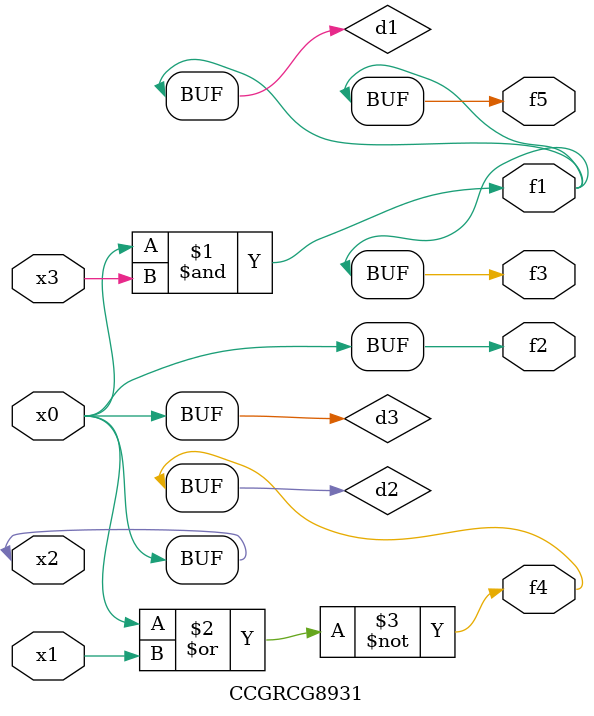
<source format=v>
module CCGRCG8931(
	input x0, x1, x2, x3,
	output f1, f2, f3, f4, f5
);

	wire d1, d2, d3;

	and (d1, x2, x3);
	nor (d2, x0, x1);
	buf (d3, x0, x2);
	assign f1 = d1;
	assign f2 = d3;
	assign f3 = d1;
	assign f4 = d2;
	assign f5 = d1;
endmodule

</source>
